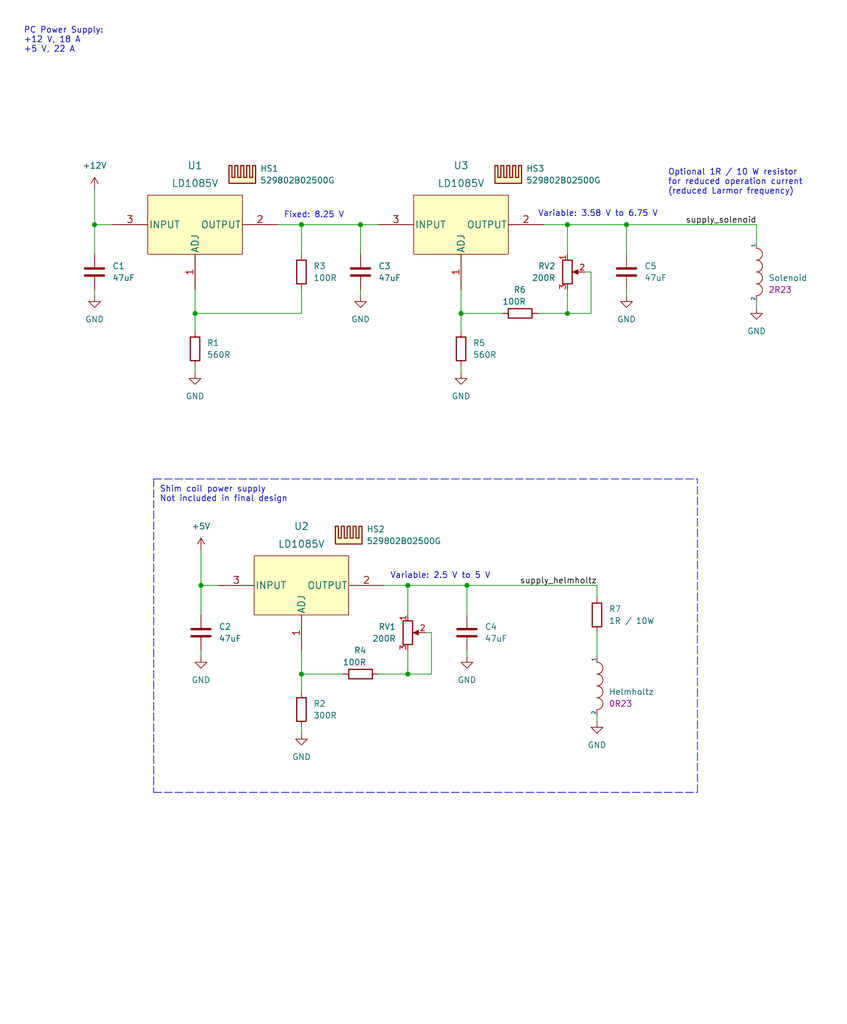
<source format=kicad_sch>
(kicad_sch (version 20211123) (generator eeschema)
  (paper "User" 181.991 219.989)
  (title_block (title "Polarization Coil Power Supply") (date "2022-04-09") (rev "V1.1"))
  (lib_symbols
    (symbol "Device:C" (pin_numbers hide) (pin_names (offset 0.254))
      (property "Reference" "C" (at 0.635 2.54 0))
      (property "Value" "C" (at 0.635 -2.54 0))
      (symbol "C_0_1"
        (polyline (pts (xy -2.032 -0.762) (xy 2.032 -0.762)) (stroke (width 0.508)))
        (polyline (pts (xy -2.032 0.762) (xy 2.032 0.762)) (stroke (width 0.508)))
      )
      (symbol "C_1_1"
        (pin passive line (at 0 3.81 270) (length 2.794) (name "~") (number "1"))
        (pin passive line (at 0 -3.81 90) (length 2.794) (name "~") (number "2"))
      )
    )
    (symbol "Device:R" (pin_numbers hide) (pin_names (offset 0))
      (property "Reference" "R" (at 2.032 0 90))
      (property "Value" "R" (at 0 0 90))
      (symbol "R_0_1"
        (rectangle (start -1.016 -2.54) (end 1.016 2.54) (stroke (width 0.254)))
      )
      (symbol "R_1_1"
        (pin passive line (at 0 3.81 270) (length 1.27) (name "~") (number "1"))
        (pin passive line (at 0 -3.81 90) (length 1.27) (name "~") (number "2"))
      )
    )
    (symbol "Device:R_Potentiometer" (pin_names (offset 1.016) hide)
      (property "Reference" "RV" (at -4.445 0 90))
      (property "Value" "R_Potentiometer" (at -2.54 0 90))
      (symbol "R_Potentiometer_0_1"
        (polyline (pts (xy 2.54 0) (xy 1.524 0)))
        (polyline (pts (xy 1.143 0) (xy 2.286 0.508) (xy 2.286 -0.508) (xy 1.143 0)) (fill (type outline)))
        (rectangle (start 1.016 2.54) (end -1.016 -2.54) (stroke (width 0.254)))
      )
      (symbol "R_Potentiometer_1_1"
        (pin passive line (at 0 3.81 270) (length 1.27) (name "1") (number "1"))
        (pin passive line (at 3.81 0 180) (length 1.27) (name "2") (number "2"))
        (pin passive line (at 0 -3.81 90) (length 1.27) (name "3") (number "3"))
      )
    )
    (symbol "LD1084V:LD1084V" (pin_names (offset 0.254))
      (property "Reference" "CR" (at 22.86 10.16 0))
      (property "Value" "LD1084V" (at 22.86 7.62 0))
      (symbol "LD1084V_1_1"
        (rectangle (start 12.7 5.08) (end 33.02 -7.62) (stroke (width 0.1524)) (fill (type background)))
        (pin unspecified line (at 22.86 -15.24 90) (length 7.62) (name "ADJ") (number "1"))
        (pin output line (at 40.64 -1.27 180) (length 7.62) (name "OUTPUT") (number "2"))
        (pin input line (at 5.08 -1.27 0) (length 7.62) (name "INPUT") (number "3"))
      )
    )
    (symbol "Mechanical:Heatsink" (pin_names (offset 1.016))
      (property "Reference" "HS" (at 0 5.08 0))
      (property "Value" "Heatsink" (at 0 -1.27 0))
      (symbol "Heatsink_0_1"
        (polyline (pts (xy -0.3302 1.27) (xy -0.9652 1.27) (xy -0.9652 3.81) (xy -1.6002 3.81) (xy -1.6002 1.27) (xy -2.2352 1.27) (xy -2.2352 3.81) (xy -2.8702 3.81) (xy -2.8702 0) (xy -0.9652 0)) (stroke (width 0.254)) (fill (type background)))
        (polyline (pts (xy -0.3302 1.27) (xy -0.3302 3.81) (xy 0.3048 3.81) (xy 0.3048 1.27) (xy 0.9398 1.27) (xy 0.9398 3.81) (xy 1.5748 3.81) (xy 1.5748 1.27) (xy 2.2098 1.27) (xy 2.2098 3.81) (xy 2.8448 3.81) (xy 2.8448 0) (xy -0.9652 0)) (stroke (width 0.254)) (fill (type background)))
      )
    )
    (symbol "power:+12V" (power) (pin_names (offset 0))
      (property "Value" "+12V" (at 0 3.556 0))
      (symbol "+12V_0_1"
        (polyline (pts (xy -0.762 1.27) (xy 0 2.54)))
        (polyline (pts (xy 0 0) (xy 0 2.54)))
        (polyline (pts (xy 0 2.54) (xy 0.762 1.27)))
      )
      (symbol "+12V_1_1"
        (pin power_in line (at 0 0 90) (length 0) hide (name "+12V") (number "1"))
      )
    )
    (symbol "power:+5V" (power) (pin_names (offset 0))
      (property "Value" "+5V" (at 0 3.556 0))
      (symbol "+5V_0_1"
        (polyline (pts (xy -0.762 1.27) (xy 0 2.54)))
        (polyline (pts (xy 0 0) (xy 0 2.54)))
        (polyline (pts (xy 0 2.54) (xy 0.762 1.27)))
      )
      (symbol "+5V_1_1"
        (pin power_in line (at 0 0 90) (length 0) hide (name "+5V") (number "1"))
      )
    )
    (symbol "power:GND" (power) (pin_names (offset 0))
      (property "Value" "GND" (at 0 -3.81 0))
      (symbol "GND_0_1"
        (polyline (pts (xy 0 0) (xy 0 -1.27) (xy 1.27 -1.27) (xy 0 -2.54) (xy -1.27 -1.27) (xy 0 -1.27)))
      )
      (symbol "GND_1_1"
        (pin power_in line (at 0 0 270) (length 0) hide (name "GND") (number "1"))
      )
    )
    (symbol "pspice:INDUCTOR" (pin_numbers hide) (pin_names (offset 0))
      (property "Reference" "L" (at 0 2.54 0))
      (property "Value" "INDUCTOR" (at 0 -1.27 0))
      (symbol "INDUCTOR_0_1"
        (arc (start -2.54 0) (mid -3.81 1.27) (end -5.08 0))
        (arc (start 0 0) (mid -1.27 1.27) (end -2.54 0))
        (arc (start 2.54 0) (mid 1.27 1.27) (end 0 0))
        (arc (start 5.08 0) (mid 3.81 1.27) (end 2.54 0))
      )
      (symbol "INDUCTOR_1_1"
        (pin input line (at -6.35 0 0) (length 1.27) (name "1") (number "1"))
        (pin input line (at 6.35 0 180) (length 1.27) (name "2") (number "2"))
      )
    )
  )
  (junction (at 87.63 144.78) (diameter 0.9144))
  (junction (at 64.77 144.78) (diameter 0.9144))
  (junction (at 43.18 125.73) (diameter 0.9144))
  (junction (at 100.33 125.73) (diameter 0.9144))
  (junction (at 41.91 67.31) (diameter 0.9144))
  (junction (at 99.06 67.31) (diameter 0.9144))
  (junction (at 77.47 48.26) (diameter 0.9144))
  (junction (at 121.92 67.31) (diameter 0.9144))
  (junction (at 64.77 48.26) (diameter 0.9144))
  (junction (at 121.92 48.26) (diameter 0.9144))
  (junction (at 87.63 125.73) (diameter 0.9144))
  (junction (at 134.62 48.26))
  (junction (at 20.32 48.26) (diameter 0.9144))
  (wire (pts (xy 100.33 132.08) (xy 100.33 125.73)))
  (wire (pts (xy 134.62 54.61) (xy 134.62 48.26)))
  (wire (pts (xy 100.33 125.73) (xy 128.27 125.73)))
  (wire (pts (xy 127 67.31) (xy 121.92 67.31)))
  (wire (pts (xy 162.56 52.07) (xy 162.56 48.26)))
  (wire (pts (xy 20.32 54.61) (xy 20.32 48.26)))
  (wire (pts (xy 20.32 62.23) (xy 20.32 63.5)))
  (wire (pts (xy 77.47 54.61) (xy 77.47 48.26)))
  (wire (pts (xy 41.91 67.31) (xy 41.91 71.12)))
  (wire (pts (xy 116.84 48.26) (xy 121.92 48.26)))
  (wire (pts (xy 115.57 67.31) (xy 121.92 67.31)))
  (wire (pts (xy 41.91 78.74) (xy 41.91 80.01)))
  (wire (pts (xy 20.32 40.64) (xy 20.32 48.26)))
  (wire (pts (xy 64.77 48.26) (xy 77.47 48.26)))
  (wire (pts (xy 121.92 48.26) (xy 134.62 48.26)))
  (wire (pts (xy 41.91 62.23) (xy 41.91 67.31)))
  (wire (pts (xy 87.63 139.7) (xy 87.63 144.78)))
  (wire (pts (xy 162.56 64.77) (xy 162.56 66.04)))
  (wire (pts (xy 128.27 125.73) (xy 128.27 128.27)))
  (wire (pts (xy 128.27 135.89) (xy 128.27 140.97)))
  (wire (pts (xy 81.28 144.78) (xy 87.63 144.78)))
  (wire (pts (xy 121.92 62.23) (xy 121.92 67.31)))
  (wire (pts (xy 92.71 135.89) (xy 92.71 144.78)))
  (wire (pts (xy 77.47 62.23) (xy 77.47 63.5)))
  (wire (pts (xy 43.18 139.7) (xy 43.18 140.97)))
  (wire (pts (xy 77.47 48.26) (xy 81.28 48.26)))
  (wire (pts (xy 43.18 118.11) (xy 43.18 125.73)))
  (wire (pts (xy 64.77 54.61) (xy 64.77 48.26)))
  (wire (pts (xy 92.71 144.78) (xy 87.63 144.78)))
  (wire (pts (xy 43.18 125.73) (xy 46.99 125.73)))
  (wire (pts (xy 127 58.42) (xy 127 67.31)))
  (wire (pts (xy 64.77 62.23) (xy 64.77 67.31)))
  (wire (pts (xy 41.91 67.31) (xy 64.77 67.31)))
  (wire (pts (xy 20.32 48.26) (xy 24.13 48.26)))
  (polyline (pts (xy 33.02 102.87) (xy 33.02 170.18)))
  (wire (pts (xy 99.06 67.31) (xy 99.06 71.12)))
  (wire (pts (xy 43.18 132.08) (xy 43.18 125.73)))
  (wire (pts (xy 125.73 58.42) (xy 127 58.42)))
  (polyline (pts (xy 149.86 170.18) (xy 149.86 102.87)))
  (wire (pts (xy 91.44 135.89) (xy 92.71 135.89)))
  (polyline (pts (xy 33.02 170.18) (xy 149.86 170.18)))
  (wire (pts (xy 64.77 156.21) (xy 64.77 157.48)))
  (wire (pts (xy 100.33 139.7) (xy 100.33 140.97)))
  (wire (pts (xy 87.63 125.73) (xy 100.33 125.73)))
  (wire (pts (xy 82.55 125.73) (xy 87.63 125.73)))
  (wire (pts (xy 134.62 48.26) (xy 162.56 48.26)))
  (wire (pts (xy 87.63 132.08) (xy 87.63 125.73)))
  (wire (pts (xy 99.06 78.74) (xy 99.06 80.01)))
  (wire (pts (xy 134.62 62.23) (xy 134.62 63.5)))
  (wire (pts (xy 99.06 67.31) (xy 107.95 67.31)))
  (wire (pts (xy 128.27 154.94) (xy 128.27 153.67)))
  (wire (pts (xy 64.77 139.7) (xy 64.77 144.78)))
  (wire (pts (xy 64.77 144.78) (xy 73.66 144.78)))
  (wire (pts (xy 121.92 54.61) (xy 121.92 48.26)))
  (wire (pts (xy 99.06 62.23) (xy 99.06 67.31)))
  (polyline (pts (xy 33.02 102.87) (xy 149.86 102.87)))
  (wire (pts (xy 64.77 144.78) (xy 64.77 148.59)))
  (wire (pts (xy 59.69 48.26) (xy 64.77 48.26)))
  (text "Shim coil power supply\nNot included in final design" (at 34.29 107.95 0) (effects (font (size 1.27 1.27)) (justify left bottom)))
  (text "Variable: 3.58 V to 6.75 V\n\n\n" (at 115.57 50.8 0) (effects (font (size 1.27 1.27)) (justify left bottom)))
  (text "PC Power Supply: \n+12 V, 18 A\n+5 V, 22 A" (at 5.08 11.43 0) (effects (font (size 1.27 1.27)) (justify left bottom)))
  (text "Variable: 2.5 V to 5 V" (at 83.82 124.46 0) (effects (font (size 1.27 1.27)) (justify left bottom)))
  (text "Fixed: 8.25 V" (at 60.96 46.99 0) (effects (font (size 1.27 1.27)) (justify left bottom)))
  (text "Optional 1R / 10 W resistor \nfor reduced operation current \n(reduced Larmor frequency)" (at 143.51 41.91 0) (effects (font (size 1.27 1.27)) (justify left bottom)))
  (label "supply_solenoid" (at 162.56 48.26 180))
  (label "supply_helmholtz" (at 128.27 125.73 180))
  (symbol (lib_id "pspice:INDUCTOR") (at 162.56 58.42 270) (unit 1)
    (property "Reference" "L2" (effects hide))
    (property "Value" "Solenoid" (at 165.1 59.6899 90) (effects (justify left)))
    (property "R" "2R23" (at 167.64 62.23 90))
  )
  (symbol (lib_id "power:GND") (at 100.33 140.97 0) (unit 1)
    (property "Reference" "#PWR09" (effects hide))
    (property "Value" "GND" (at 100.33 146.05 0))
  )
  (symbol (lib_id "Device:C") (at 100.33 135.89 0) (unit 1)
    (property "Reference" "C4" (at 104.14 134.6199 0) (effects (justify left)))
    (property "Value" "47uF" (at 104.14 137.1599 0) (effects (justify left)))
  )
  (symbol (lib_id "power:+12V") (at 20.32 40.64 0) (unit 1)
    (property "Reference" "#PWR01" (effects hide))
    (property "Value" "+12V" (at 20.32 35.56 0))
  )
  (symbol (lib_id "power:GND") (at 99.06 80.01 0) (unit 1)
    (property "Reference" "#PWR08" (effects hide))
    (property "Value" "GND" (at 99.06 85.09 0))
  )
  (symbol (lib_id "Device:R_Potentiometer") (at 87.63 135.89 0) (unit 1)
    (property "Reference" "RV1" (at 85.09 134.6199 0) (effects (justify right)))
    (property "Value" "200R" (at 85.09 137.1599 0) (effects (justify right)))
  )
  (symbol (lib_id "Device:R_Potentiometer") (at 121.92 58.42 0) (unit 1)
    (property "Reference" "RV2" (at 119.38 57.1499 0) (effects (justify right)))
    (property "Value" "200R" (at 119.38 59.6899 0) (effects (justify right)))
  )
  (symbol (lib_id "Device:R") (at 111.76 67.31 90) (unit 1)
    (property "Reference" "R6" (at 113.03 62.2299 90) (effects (justify left)))
    (property "Value" "100R" (at 113.03 64.7699 90) (effects (justify left)))
  )
  (symbol (lib_id "Device:R") (at 64.77 58.42 0) (unit 1)
    (property "Reference" "R3" (at 67.31 57.1499 0) (effects (justify left)))
    (property "Value" "100R" (at 67.31 59.6899 0) (effects (justify left)))
  )
  (symbol (lib_id "power:GND") (at 77.47 63.5 0) (unit 1)
    (property "Reference" "#PWR07" (effects hide))
    (property "Value" "GND" (at 77.47 68.58 0))
  )
  (symbol (lib_id "LD1084V:LD1084V") (at 41.91 124.46 0) (unit 1)
    (property "Reference" "U2" (at 64.77 113.03 0) (effects (font (size 1.524 1.524))))
    (property "Value" "LD1085V" (at 64.77 116.84 0) (effects (font (size 1.524 1.524))))
    (property "Footprint" "TO-220FP_STM" (effects hide))
  )
  (symbol (lib_id "power:GND") (at 162.56 66.04 0) (unit 1)
    (property "Reference" "#PWR012" (effects hide))
    (property "Value" "GND" (at 162.56 71.12 0))
  )
  (symbol (lib_id "Device:C") (at 134.62 58.42 0) (unit 1)
    (property "Reference" "C5" (at 138.43 57.1499 0) (effects (justify left)))
    (property "Value" "47uF" (at 138.43 59.6899 0) (effects (justify left)))
  )
  (symbol (lib_id "power:GND") (at 20.32 63.5 0) (unit 1)
    (property "Reference" "#PWR02" (effects hide))
    (property "Value" "GND" (at 20.32 68.58 0))
  )
  (symbol (lib_id "power:GND") (at 128.27 154.94 0) (unit 1)
    (property "Reference" "#PWR010" (effects hide))
    (property "Value" "GND" (at 128.27 160.02 0))
  )
  (symbol (lib_id "Mechanical:Heatsink") (at 109.22 39.37 0) (unit 1)
    (property "Reference" "HS3" (at 113.03 36.1949 0) (effects (justify left)))
    (property "Value" "529802B02500G" (at 113.03 38.7349 0) (effects (justify left)))
  )
  (symbol (lib_id "power:+5V") (at 43.18 118.11 0) (unit 1)
    (property "Reference" "#PWR04" (effects hide))
    (property "Value" "+5V" (at 43.18 113.03 0))
  )
  (symbol (lib_id "pspice:INDUCTOR") (at 128.27 147.32 270) (unit 1)
    (property "Reference" "L1" (effects hide))
    (property "Value" "Helmholtz" (at 130.81 148.5899 90) (effects (justify left)))
    (property "R" "0R23" (at 133.35 151.13 90))
  )
  (symbol (lib_id "Device:R") (at 77.47 144.78 90) (unit 1)
    (property "Reference" "R4" (at 78.74 139.6999 90) (effects (justify left)))
    (property "Value" "100R" (at 78.74 142.2399 90) (effects (justify left)))
  )
  (symbol (lib_id "Device:C") (at 43.18 135.89 0) (unit 1)
    (property "Reference" "C2" (at 46.99 134.6199 0) (effects (justify left)))
    (property "Value" "47uF" (at 46.99 137.1599 0) (effects (justify left)))
  )
  (symbol (lib_id "Mechanical:Heatsink") (at 74.93 116.84 0) (unit 1)
    (property "Reference" "HS2" (at 78.74 113.6649 0) (effects (justify left)))
    (property "Value" "529802B02500G" (at 78.74 116.2049 0) (effects (justify left)))
  )
  (symbol (lib_id "Device:R") (at 64.77 152.4 0) (unit 1)
    (property "Reference" "R2" (at 67.31 151.1299 0) (effects (justify left)))
    (property "Value" "300R" (at 67.31 153.6699 0) (effects (justify left)))
  )
  (symbol (lib_id "Device:C") (at 20.32 58.42 0) (unit 1)
    (property "Reference" "C1" (at 24.13 57.1499 0) (effects (justify left)))
    (property "Value" "47uF" (at 24.13 59.6899 0) (effects (justify left)))
  )
  (symbol (lib_id "LD1084V:LD1084V") (at 76.2 46.99 0) (unit 1)
    (property "Reference" "U3" (at 99.06 35.56 0) (effects (font (size 1.524 1.524))))
    (property "Value" "LD1085V" (at 99.06 39.37 0) (effects (font (size 1.524 1.524))))
    (property "Footprint" "TO-220FP_STM" (effects hide))
  )
  (symbol (lib_id "Device:C") (at 77.47 58.42 0) (unit 1)
    (property "Reference" "C3" (at 81.28 57.1499 0) (effects (justify left)))
    (property "Value" "47uF" (at 81.28 59.6899 0) (effects (justify left)))
  )
  (symbol (lib_id "Device:R") (at 128.27 132.08 180) (unit 1)
    (property "Reference" "R7" (at 130.81 130.8099 0) (effects (justify right)))
    (property "Value" "1R / 10W" (at 130.81 133.3499 0) (effects (justify right)))
    (property "P" "10W" (effects hide))
  )
  (symbol (lib_id "Device:R") (at 99.06 74.93 0) (unit 1)
    (property "Reference" "R5" (at 101.6 73.6599 0) (effects (justify left)))
    (property "Value" "560R" (at 101.6 76.1999 0) (effects (justify left)))
  )
  (symbol (lib_id "LD1084V:LD1084V") (at 19.05 46.99 0) (unit 1)
    (property "Reference" "U1" (at 41.91 35.56 0) (effects (font (size 1.524 1.524))))
    (property "Value" "LD1085V" (at 41.91 39.37 0) (effects (font (size 1.524 1.524))))
    (property "Footprint" "TO-220FP_STM" (effects hide))
  )
  (symbol (lib_id "power:GND") (at 64.77 157.48 0) (unit 1)
    (property "Reference" "#PWR06" (effects hide))
    (property "Value" "GND" (at 64.77 162.56 0))
  )
  (symbol (lib_id "Mechanical:Heatsink") (at 52.07 39.37 0) (unit 1)
    (property "Reference" "HS1" (at 55.88 36.1949 0) (effects (justify left)))
    (property "Value" "529802B02500G" (at 55.88 38.7349 0) (effects (justify left)))
  )
  (symbol (lib_id "power:GND") (at 41.91 80.01 0) (unit 1)
    (property "Reference" "#PWR03" (effects hide))
    (property "Value" "GND" (at 41.91 85.09 0))
  )
  (symbol (lib_id "power:GND") (at 43.18 140.97 0) (unit 1)
    (property "Reference" "#PWR05" (effects hide))
    (property "Value" "GND" (at 43.18 146.05 0))
  )
  (symbol (lib_id "Device:R") (at 41.91 74.93 0) (unit 1)
    (property "Reference" "R1" (at 44.45 73.6599 0) (effects (justify left)))
    (property "Value" "560R" (at 44.45 76.1999 0) (effects (justify left)))
  )
  (symbol (lib_id "power:GND") (at 134.62 63.5 0) (unit 1)
    (property "Reference" "#PWR011" (effects hide))
    (property "Value" "GND" (at 134.62 68.58 0))
  )
)
</source>
